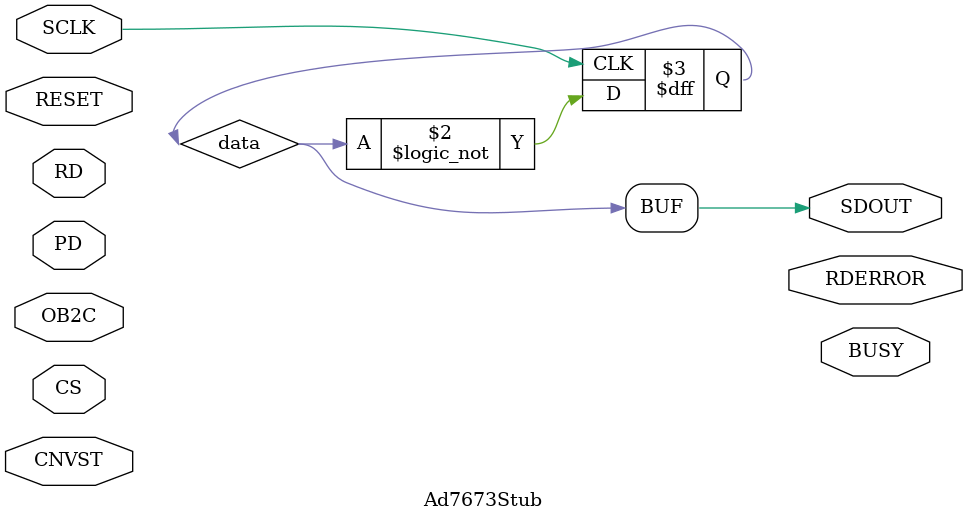
<source format=v>
module Ad7673Stub(
           SCLK, CNVST, RD, CS, RESET, OB2C, PD, SDOUT, RDERROR, BUSY,
       );
input SCLK, CNVST, RD, CS, RESET, OB2C, PD;
output SDOUT, RDERROR, BUSY;
reg data;

always @(negedge SCLK) begin
    data <= !data;
end

assign SDOUT = data;
endmodule

</source>
